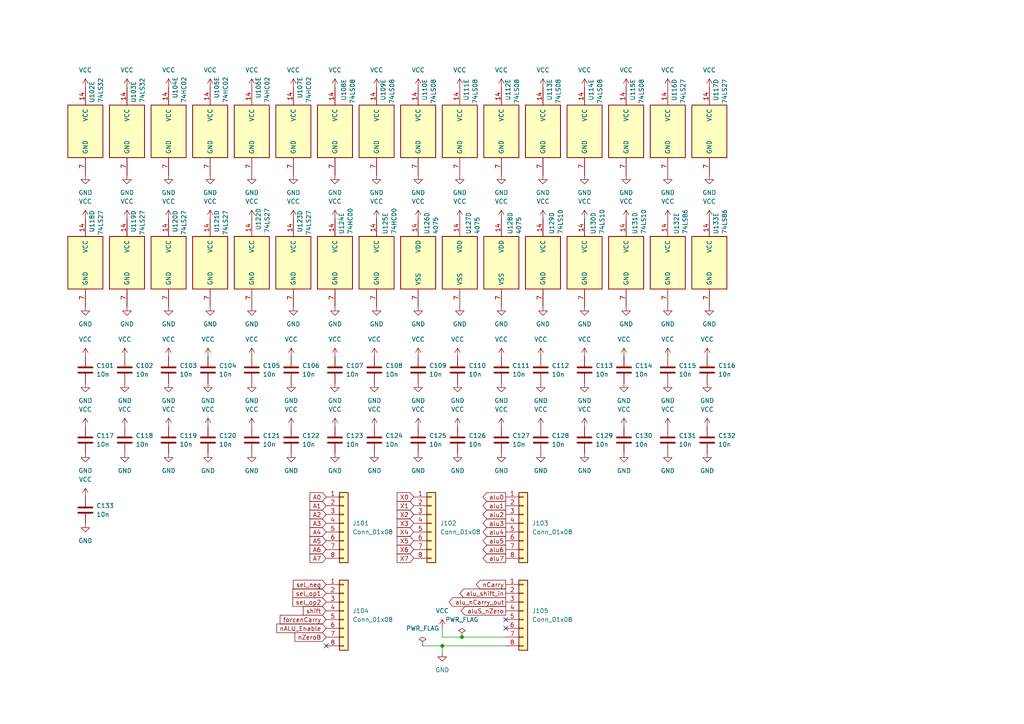
<source format=kicad_sch>
(kicad_sch (version 20211123) (generator eeschema)
  (paper "A4")
  (junction (at 128.27 187.325))
  (junction (at 133.985 184.785))
  (no_connect (at 146.685 182.245))
  (no_connect (at 146.685 179.705))
  (no_connect (at 94.615 187.325))
  (wire (pts (xy 128.27 187.325) (xy 128.27 189.23)))
  (wire (pts (xy 128.27 184.785) (xy 133.985 184.785)))
  (wire (pts (xy 122.555 187.325) (xy 128.27 187.325)))
  (wire (pts (xy 128.27 182.245) (xy 128.27 184.785)))
  (wire (pts (xy 133.985 184.785) (xy 146.685 184.785)))
  (wire (pts (xy 128.27 187.325) (xy 146.685 187.325)))
  (global_label "alu4" (shape output) (at 146.685 154.305 180) (property "Intersheet References" "${INTERSHEET_REFS}" (effects hide)))
  (global_label "A5" (shape input) (at 94.615 156.845 180) (property "Intersheet References" "${INTERSHEET_REFS}" (effects hide)))
  (global_label "A4" (shape input) (at 94.615 154.305 180) (property "Intersheet References" "${INTERSHEET_REFS}" (effects hide)))
  (global_label "aluS_nZero" (shape output) (at 146.685 177.165 180) (property "Intersheet References" "${INTERSHEET_REFS}" (effects hide)))
  (global_label "nZeroB" (shape input) (at 94.615 184.785 180) (property "Intersheet References" "${INTERSHEET_REFS}" (effects hide)))
  (global_label "alu0" (shape output) (at 146.685 144.145 180) (property "Intersheet References" "${INTERSHEET_REFS}" (effects hide)))
  (global_label "sel_neg" (shape input) (at 94.615 169.545 180) (property "Intersheet References" "${INTERSHEET_REFS}" (effects hide)))
  (global_label "alu1" (shape output) (at 146.685 146.685 180) (property "Intersheet References" "${INTERSHEET_REFS}" (effects hide)))
  (global_label "shift" (shape input) (at 94.615 177.165 180) (property "Intersheet References" "${INTERSHEET_REFS}" (effects hide)))
  (global_label "alu_nCarry_out" (shape output) (at 146.685 174.625 180) (property "Intersheet References" "${INTERSHEET_REFS}" (effects hide)))
  (global_label "X4" (shape input) (at 120.015 154.305 180) (property "Intersheet References" "${INTERSHEET_REFS}" (effects hide)))
  (global_label "A3" (shape input) (at 94.615 151.765 180) (property "Intersheet References" "${INTERSHEET_REFS}" (effects hide)))
  (global_label "A6" (shape input) (at 94.615 159.385 180) (property "Intersheet References" "${INTERSHEET_REFS}" (effects hide)))
  (global_label "forcenCarry" (shape input) (at 94.615 179.705 180) (property "Intersheet References" "${INTERSHEET_REFS}" (effects hide)))
  (global_label "A1" (shape input) (at 94.615 146.685 180) (property "Intersheet References" "${INTERSHEET_REFS}" (effects hide)))
  (global_label "alu5" (shape output) (at 146.685 156.845 180) (property "Intersheet References" "${INTERSHEET_REFS}" (effects hide)))
  (global_label "sel_op1" (shape input) (at 94.615 172.085 180) (property "Intersheet References" "${INTERSHEET_REFS}" (effects hide)))
  (global_label "X6" (shape input) (at 120.015 159.385 180) (property "Intersheet References" "${INTERSHEET_REFS}" (effects hide)))
  (global_label "X3" (shape input) (at 120.015 151.765 180) (property "Intersheet References" "${INTERSHEET_REFS}" (effects hide)))
  (global_label "A0" (shape input) (at 94.615 144.145 180) (property "Intersheet References" "${INTERSHEET_REFS}" (effects hide)))
  (global_label "alu6" (shape output) (at 146.685 159.385 180) (property "Intersheet References" "${INTERSHEET_REFS}" (effects hide)))
  (global_label "sel_op2" (shape input) (at 94.615 174.625 180) (property "Intersheet References" "${INTERSHEET_REFS}" (effects hide)))
  (global_label "alu7" (shape output) (at 146.685 161.925 180) (property "Intersheet References" "${INTERSHEET_REFS}" (effects hide)))
  (global_label "X0" (shape input) (at 120.015 144.145 180) (property "Intersheet References" "${INTERSHEET_REFS}" (effects hide)))
  (global_label "X5" (shape input) (at 120.015 156.845 180) (property "Intersheet References" "${INTERSHEET_REFS}" (effects hide)))
  (global_label "A7" (shape input) (at 94.615 161.925 180) (property "Intersheet References" "${INTERSHEET_REFS}" (effects hide)))
  (global_label "nALU_Enable" (shape input) (at 94.615 182.245 180) (property "Intersheet References" "${INTERSHEET_REFS}" (effects hide)))
  (global_label "alu2" (shape output) (at 146.685 149.225 180) (property "Intersheet References" "${INTERSHEET_REFS}" (effects hide)))
  (global_label "A2" (shape input) (at 94.615 149.225 180) (property "Intersheet References" "${INTERSHEET_REFS}" (effects hide)))
  (global_label "alu_shift_in" (shape output) (at 146.685 172.085 180) (property "Intersheet References" "${INTERSHEET_REFS}" (effects hide)))
  (global_label "alu3" (shape output) (at 146.685 151.765 180) (property "Intersheet References" "${INTERSHEET_REFS}" (effects hide)))
  (global_label "X7" (shape input) (at 120.015 161.925 180) (property "Intersheet References" "${INTERSHEET_REFS}" (effects hide)))
  (global_label "X1" (shape input) (at 120.015 146.685 180) (property "Intersheet References" "${INTERSHEET_REFS}" (effects hide)))
  (global_label "nCarry" (shape output) (at 146.685 169.545 180) (property "Intersheet References" "${INTERSHEET_REFS}" (effects hide)))
  (global_label "X2" (shape input) (at 120.015 149.225 180) (property "Intersheet References" "${INTERSHEET_REFS}" (effects hide)))
  (symbol (lib_id "power:GND") (at 109.22 50.8 0) (unit 1)
    (property "Reference" "#PWR0174" (effects hide))
    (property "Value" "GND" (at 109.22 55.88 0))
  )
  (symbol (lib_id "power:GND") (at 205.74 88.9 0) (unit 1)
    (property "Reference" "#PWR0127" (effects hide))
    (property "Value" "GND" (at 205.74 93.98 0))
  )
  (symbol (lib_id "power:VCC") (at 48.895 103.505 0) (unit 1)
    (property "Reference" "#PWR0205" (effects hide))
    (property "Value" "VCC" (at 48.895 98.425 0))
  )
  (symbol (lib_id "power:VCC") (at 205.74 63.5 0) (unit 1)
    (property "Reference" "#PWR0167" (effects hide))
    (property "Value" "VCC" (at 205.74 58.42 0))
  )
  (symbol (lib_id "Device:C") (at 145.415 127.635 0) (unit 1)
    (property "Reference" "C127" (at 148.59 126.3649 0) (effects (justify left)))
    (property "Value" "10n" (at 148.59 128.9049 0) (effects (justify left)))
    (property "Footprint" "Capacitor_SMD:C_0603_1608Metric" (effects hide))
  )
  (symbol (lib_id "power:GND") (at 85.09 50.8 0) (unit 1)
    (property "Reference" "#PWR0175" (effects hide))
    (property "Value" "GND" (at 85.09 55.88 0))
  )
  (symbol (lib_id "power:VCC") (at 193.675 123.825 0) (unit 1)
    (property "Reference" "#PWR0144" (effects hide))
    (property "Value" "VCC" (at 193.675 118.745 0))
  )
  (symbol (lib_id "power:GND") (at 97.155 131.445 0) (unit 1)
    (property "Reference" "#PWR0220" (effects hide))
    (property "Value" "GND" (at 97.155 136.525 0))
  )
  (symbol (lib_id "power:VCC") (at 109.22 25.4 0) (unit 1)
    (property "Reference" "#PWR0172" (effects hide))
    (property "Value" "VCC" (at 109.22 20.32 0))
  )
  (symbol (lib_id "Device:C") (at 132.715 107.315 0) (unit 1)
    (property "Reference" "C110" (at 135.89 106.0449 0) (effects (justify left)))
    (property "Value" "10n" (at 135.89 108.5849 0) (effects (justify left)))
    (property "Footprint" "Capacitor_SMD:C_0603_1608Metric" (effects hide))
  )
  (symbol (lib_id "power:VCC") (at 73.025 63.5 0) (unit 1)
    (property "Reference" "#PWR0185" (effects hide))
    (property "Value" "VCC" (at 73.025 58.42 0))
  )
  (symbol (lib_id "power:VCC") (at 121.285 123.825 0) (unit 1)
    (property "Reference" "#PWR0117" (effects hide))
    (property "Value" "VCC" (at 121.285 118.745 0))
  )
  (symbol (lib_id "power:GND") (at 180.975 131.445 0) (unit 1)
    (property "Reference" "#PWR0139" (effects hide))
    (property "Value" "GND" (at 180.975 136.525 0))
  )
  (symbol (lib_id "power:VCC") (at 108.585 103.505 0) (unit 1)
    (property "Reference" "#PWR0214" (effects hide))
    (property "Value" "VCC" (at 108.585 98.425 0))
  )
  (symbol (lib_id "power:VCC") (at 60.325 123.825 0) (unit 1)
    (property "Reference" "#PWR0222" (effects hide))
    (property "Value" "VCC" (at 60.325 118.745 0))
  )
  (symbol (lib_id "power:GND") (at 156.845 111.125 0) (unit 1)
    (property "Reference" "#PWR0121" (effects hide))
    (property "Value" "GND" (at 156.845 116.205 0))
  )
  (symbol (lib_id "power:GND") (at 193.675 50.8 0) (unit 1)
    (property "Reference" "#PWR0155" (effects hide))
    (property "Value" "GND" (at 193.675 55.88 0))
  )
  (symbol (lib_id "power:GND") (at 48.895 88.9 0) (unit 1)
    (property "Reference" "#PWR0200" (effects hide))
    (property "Value" "GND" (at 48.895 93.98 0))
  )
  (symbol (lib_id "power:VCC") (at 73.025 25.4 0) (unit 1)
    (property "Reference" "#PWR0178" (effects hide))
    (property "Value" "VCC" (at 73.025 20.32 0))
  )
  (symbol (lib_id "power:VCC") (at 121.285 103.505 0) (unit 1)
    (property "Reference" "#PWR0114" (effects hide))
    (property "Value" "VCC" (at 121.285 98.425 0))
  )
  (symbol (lib_id "power:GND") (at 84.455 131.445 0) (unit 1)
    (property "Reference" "#PWR0224" (effects hide))
    (property "Value" "GND" (at 84.455 136.525 0))
  )
  (symbol (lib_id "power:GND") (at 121.285 131.445 0) (unit 1)
    (property "Reference" "#PWR0116" (effects hide))
    (property "Value" "GND" (at 121.285 136.525 0))
  )
  (symbol (lib_id "power:PWR_FLAG") (at 122.555 187.325 0) (unit 1)
    (property "Reference" "#FLG0102" (effects hide))
    (property "Value" "PWR_FLAG" (at 122.555 182.245 0))
  )
  (symbol (lib_id "74xx:74LS10") (at 169.545 76.2 0) (unit 4)
    (property "Reference" "U130" (at 172.085 67.945 90) (effects (justify left)))
    (property "Value" "74LS10" (at 174.625 67.945 90) (effects (justify left)))
    (property "Footprint" "Package_SO:SOIC-14_3.9x8.7mm_P1.27mm" (effects hide))
    (property "Datasheet" "http://www.ti.com/lit/gpn/sn74LS10" (effects hide))
  )
  (symbol (lib_id "power:VCC") (at 133.35 25.4 0) (unit 1)
    (property "Reference" "#PWR0158" (effects hide))
    (property "Value" "VCC" (at 133.35 20.32 0))
  )
  (symbol (lib_id "power:GND") (at 145.415 50.8 0) (unit 1)
    (property "Reference" "#PWR0152" (effects hide))
    (property "Value" "GND" (at 145.415 55.88 0))
  )
  (symbol (lib_id "74xx:74LS08") (at 169.545 38.1 0) (unit 5)
    (property "Reference" "U114" (at 171.45 22.86 90) (effects (justify right)))
    (property "Value" "74LS08" (at 173.99 22.86 90) (effects (justify right)))
    (property "Footprint" "Package_SO:SOIC-14_3.9x8.7mm_P1.27mm" (effects hide))
    (property "Datasheet" "http://www.ti.com/lit/gpn/sn74LS08" (effects hide))
  )
  (symbol (lib_id "power:VCC") (at 109.22 63.5 0) (unit 1)
    (property "Reference" "#PWR0170" (effects hide))
    (property "Value" "VCC" (at 109.22 58.42 0))
  )
  (symbol (lib_id "Device:C") (at 132.715 127.635 0) (unit 1)
    (property "Reference" "C126" (at 135.89 126.3649 0) (effects (justify left)))
    (property "Value" "10n" (at 135.89 128.9049 0) (effects (justify left)))
    (property "Footprint" "Capacitor_SMD:C_0603_1608Metric" (effects hide))
  )
  (symbol (lib_id "power:VCC") (at 121.285 63.5 0) (unit 1)
    (property "Reference" "#PWR0159" (effects hide))
    (property "Value" "VCC" (at 121.285 58.42 0))
  )
  (symbol (lib_id "Device:C") (at 156.845 127.635 0) (unit 1)
    (property "Reference" "C128" (at 160.02 126.3649 0) (effects (justify left)))
    (property "Value" "10n" (at 160.02 128.9049 0) (effects (justify left)))
    (property "Footprint" "Capacitor_SMD:C_0603_1608Metric" (effects hide))
  )
  (symbol (lib_id "power:VCC") (at 84.455 103.505 0) (unit 1)
    (property "Reference" "#PWR0212" (effects hide))
    (property "Value" "VCC" (at 84.455 98.425 0))
  )
  (symbol (lib_id "power:GND") (at 121.285 88.9 0) (unit 1)
    (property "Reference" "#PWR0110" (effects hide))
    (property "Value" "GND" (at 121.285 93.98 0))
  )
  (symbol (lib_id "Device:C") (at 205.105 107.315 0) (unit 1)
    (property "Reference" "C116" (at 208.28 106.0449 0) (effects (justify left)))
    (property "Value" "10n" (at 208.28 108.5849 0) (effects (justify left)))
    (property "Footprint" "Capacitor_SMD:C_0603_1608Metric" (effects hide))
  )
  (symbol (lib_id "Device:C") (at 193.675 127.635 0) (unit 1)
    (property "Reference" "C131" (at 196.85 126.3649 0) (effects (justify left)))
    (property "Value" "10n" (at 196.85 128.9049 0) (effects (justify left)))
    (property "Footprint" "Capacitor_SMD:C_0603_1608Metric" (effects hide))
  )
  (symbol (lib_id "power:VCC") (at 180.975 103.505 0) (unit 1)
    (property "Reference" "#PWR0133" (effects hide))
    (property "Value" "VCC" (at 180.975 98.425 0))
  )
  (symbol (lib_id "Connector_Generic:Conn_01x08") (at 99.695 151.765 0) (unit 1)
    (property "Reference" "J101" (at 102.235 151.7649 0) (effects (justify left)))
    (property "Value" "Conn_01x08" (at 102.235 154.3049 0) (effects (justify left)))
    (property "Footprint" "Connector_PinHeader_2.54mm:PinHeader_1x08_P2.54mm_Vertical" (effects hide))
  )
  (symbol (lib_id "Device:C") (at 97.155 107.315 0) (unit 1)
    (property "Reference" "C107" (at 100.33 106.0449 0) (effects (justify left)))
    (property "Value" "10n" (at 100.33 108.5849 0) (effects (justify left)))
    (property "Footprint" "Capacitor_SMD:C_0603_1608Metric" (effects hide))
  )
  (symbol (lib_id "power:VCC") (at 205.105 123.825 0) (unit 1)
    (property "Reference" "#PWR0145" (effects hide))
    (property "Value" "VCC" (at 205.105 118.745 0))
  )
  (symbol (lib_id "power:VCC") (at 132.715 123.825 0) (unit 1)
    (property "Reference" "#PWR0119" (effects hide))
    (property "Value" "VCC" (at 132.715 118.745 0))
  )
  (symbol (lib_id "74xx:74LS10") (at 181.61 76.2 0) (unit 4)
    (property "Reference" "U131" (at 184.15 67.945 90) (effects (justify left)))
    (property "Value" "74LS10" (at 186.69 67.945 90) (effects (justify left)))
    (property "Footprint" "Package_SO:SOIC-14_3.9x8.7mm_P1.27mm" (effects hide))
    (property "Datasheet" "http://www.ti.com/lit/gpn/sn74LS10" (effects hide))
  )
  (symbol (lib_id "power:VCC") (at 24.765 144.145 0) (unit 1)
    (property "Reference" "#PWR0233" (effects hide))
    (property "Value" "VCC" (at 24.765 139.065 0))
  )
  (symbol (lib_id "power:GND") (at 132.715 131.445 0) (unit 1)
    (property "Reference" "#PWR0118" (effects hide))
    (property "Value" "GND" (at 132.715 136.525 0))
  )
  (symbol (lib_id "Device:C") (at 205.105 127.635 0) (unit 1)
    (property "Reference" "C132" (at 208.28 126.3649 0) (effects (justify left)))
    (property "Value" "10n" (at 208.28 128.9049 0) (effects (justify left)))
    (property "Footprint" "Capacitor_SMD:C_0603_1608Metric" (effects hide))
  )
  (symbol (lib_id "Connector_Generic:Conn_01x08") (at 151.765 151.765 0) (unit 1)
    (property "Reference" "J103" (at 154.305 151.7649 0) (effects (justify left)))
    (property "Value" "Conn_01x08" (at 154.305 154.3049 0) (effects (justify left)))
    (property "Footprint" "Connector_PinHeader_2.54mm:PinHeader_1x08_P2.54mm_Vertical" (effects hide))
  )
  (symbol (lib_id "4xxx:4075") (at 133.35 76.2 0) (unit 4)
    (property "Reference" "U127" (at 135.89 67.945 90) (effects (justify left)))
    (property "Value" "4075" (at 138.43 67.945 90) (effects (justify left)))
    (property "Footprint" "Package_SO:SOIC-14_3.9x8.7mm_P1.27mm" (effects hide))
    (property "Datasheet" "http://www.intersil.com/content/dam/Intersil/documents/cd40/cd4071bms-72bms-75bms.pdf" (effects hide))
  )
  (symbol (lib_id "Connector_Generic:Conn_01x08") (at 99.695 177.165 0) (unit 1)
    (property "Reference" "J104" (at 102.235 177.1649 0) (effects (justify left)))
    (property "Value" "Conn_01x08" (at 102.235 179.7049 0) (effects (justify left)))
    (property "Footprint" "Connector_PinHeader_2.54mm:PinHeader_1x08_P2.54mm_Vertical" (effects hide))
  )
  (symbol (lib_id "power:GND") (at 157.48 50.8 0) (unit 1)
    (property "Reference" "#PWR0151" (effects hide))
    (property "Value" "GND" (at 157.48 55.88 0))
  )
  (symbol (lib_id "power:VCC") (at 157.48 25.4 0) (unit 1)
    (property "Reference" "#PWR0149" (effects hide))
    (property "Value" "VCC" (at 157.48 20.32 0))
  )
  (symbol (lib_id "power:GND") (at 36.195 111.125 0) (unit 1)
    (property "Reference" "#PWR0201" (effects hide))
    (property "Value" "GND" (at 36.195 116.205 0))
  )
  (symbol (lib_id "74xx:74LS27") (at 205.74 38.1 0) (unit 4)
    (property "Reference" "U117" (at 207.645 22.86 90) (effects (justify right)))
    (property "Value" "74LS27" (at 210.185 22.86 90) (effects (justify right)))
    (property "Footprint" "Package_SO:SOIC-14_3.9x8.7mm_P1.27mm" (effects hide))
    (property "Datasheet" "http://www.ti.com/lit/gpn/sn74LS27" (effects hide))
  )
  (symbol (lib_id "power:GND") (at 24.765 111.125 0) (unit 1)
    (property "Reference" "#PWR0203" (effects hide))
    (property "Value" "GND" (at 24.765 116.205 0))
  )
  (symbol (lib_id "74xx:74LS08") (at 109.22 38.1 0) (unit 5)
    (property "Reference" "U109" (at 111.125 22.86 90) (effects (justify right)))
    (property "Value" "74LS08" (at 113.665 22.86 90) (effects (justify right)))
    (property "Footprint" "Package_SO:SOIC-14_3.9x8.7mm_P1.27mm" (effects hide))
    (property "Datasheet" "http://www.ti.com/lit/gpn/sn74LS08" (effects hide))
  )
  (symbol (lib_id "power:GND") (at 60.96 88.9 0) (unit 1)
    (property "Reference" "#PWR0182" (effects hide))
    (property "Value" "GND" (at 60.96 93.98 0))
  )
  (symbol (lib_id "power:VCC") (at 169.545 63.5 0) (unit 1)
    (property "Reference" "#PWR0106" (effects hide))
    (property "Value" "VCC" (at 169.545 58.42 0))
  )
  (symbol (lib_id "power:GND") (at 132.715 111.125 0) (unit 1)
    (property "Reference" "#PWR0112" (effects hide))
    (property "Value" "GND" (at 132.715 116.205 0))
  )
  (symbol (lib_id "power:GND") (at 84.455 111.125 0) (unit 1)
    (property "Reference" "#PWR0208" (effects hide))
    (property "Value" "GND" (at 84.455 116.205 0))
  )
  (symbol (lib_id "power:GND") (at 73.025 131.445 0) (unit 1)
    (property "Reference" "#PWR0225" (effects hide))
    (property "Value" "GND" (at 73.025 136.525 0))
  )
  (symbol (lib_id "power:GND") (at 205.105 111.125 0) (unit 1)
    (property "Reference" "#PWR0135" (effects hide))
    (property "Value" "GND" (at 205.105 116.205 0))
  )
  (symbol (lib_id "Device:C") (at 193.675 107.315 0) (unit 1)
    (property "Reference" "C115" (at 196.85 106.0449 0) (effects (justify left)))
    (property "Value" "10n" (at 196.85 108.5849 0) (effects (justify left)))
    (property "Footprint" "Capacitor_SMD:C_0603_1608Metric" (effects hide))
  )
  (symbol (lib_id "power:GND") (at 156.845 131.445 0) (unit 1)
    (property "Reference" "#PWR0123" (effects hide))
    (property "Value" "GND" (at 156.845 136.525 0))
  )
  (symbol (lib_id "power:VCC") (at 97.155 63.5 0) (unit 1)
    (property "Reference" "#PWR0169" (effects hide))
    (property "Value" "VCC" (at 97.155 58.42 0))
  )
  (symbol (lib_id "power:GND") (at 181.61 88.9 0) (unit 1)
    (property "Reference" "#PWR0126" (effects hide))
    (property "Value" "GND" (at 181.61 93.98 0))
  )
  (symbol (lib_id "Device:C") (at 180.975 107.315 0) (unit 1)
    (property "Reference" "C114" (at 184.15 106.0449 0) (effects (justify left)))
    (property "Value" "10n" (at 184.15 108.5849 0) (effects (justify left)))
    (property "Footprint" "Capacitor_SMD:C_0603_1608Metric" (effects hide))
  )
  (symbol (lib_id "power:GND") (at 36.195 131.445 0) (unit 1)
    (property "Reference" "#PWR0231" (effects hide))
    (property "Value" "GND" (at 36.195 136.525 0))
  )
  (symbol (lib_id "power:VCC") (at 36.195 123.825 0) (unit 1)
    (property "Reference" "#PWR0228" (effects hide))
    (property "Value" "VCC" (at 36.195 118.745 0))
  )
  (symbol (lib_id "power:GND") (at 48.895 50.8 0) (unit 1)
    (property "Reference" "#PWR0198" (effects hide))
    (property "Value" "GND" (at 48.895 55.88 0))
  )
  (symbol (lib_id "power:PWR_FLAG") (at 133.985 184.785 0) (unit 1)
    (property "Reference" "#FLG0101" (effects hide))
    (property "Value" "PWR_FLAG" (at 133.985 179.705 0))
  )
  (symbol (lib_id "74xx:74LS86") (at 205.74 76.2 0) (unit 5)
    (property "Reference" "U133" (at 207.645 67.945 90) (effects (justify left)))
    (property "Value" "74LS86" (at 210.185 67.945 90) (effects (justify left)))
    (property "Footprint" "Package_SO:SOIC-14_3.9x8.7mm_P1.27mm" (effects hide))
    (property "Datasheet" "74xx/74ls86.pdf" (effects hide))
  )
  (symbol (lib_id "Device:C") (at 156.845 107.315 0) (unit 1)
    (property "Reference" "C112" (at 160.02 106.0449 0) (effects (justify left)))
    (property "Value" "10n" (at 160.02 108.5849 0) (effects (justify left)))
    (property "Footprint" "Capacitor_SMD:C_0603_1608Metric" (effects hide))
  )
  (symbol (lib_id "74xx:74HC02") (at 60.96 38.1 0) (unit 5)
    (property "Reference" "U105" (at 62.865 22.225 90) (effects (justify right)))
    (property "Value" "74HC02" (at 65.405 22.225 90) (effects (justify right)))
    (property "Footprint" "Package_SO:SOIC-14_3.9x8.7mm_P1.27mm" (effects hide))
    (property "Datasheet" "http://www.ti.com/lit/gpn/sn74hc02" (effects hide))
  )
  (symbol (lib_id "power:GND") (at 205.105 131.445 0) (unit 1)
    (property "Reference" "#PWR0143" (effects hide))
    (property "Value" "GND" (at 205.105 136.525 0))
  )
  (symbol (lib_id "power:VCC") (at 205.105 103.505 0) (unit 1)
    (property "Reference" "#PWR0136" (effects hide))
    (property "Value" "VCC" (at 205.105 98.425 0))
  )
  (symbol (lib_id "power:VCC") (at 156.845 103.505 0) (unit 1)
    (property "Reference" "#PWR0132" (effects hide))
    (property "Value" "VCC" (at 156.845 98.425 0))
  )
  (symbol (lib_id "power:GND") (at 128.27 189.23 0) (unit 1)
    (property "Reference" "#PWR0104" (effects hide))
    (property "Value" "GND" (at 128.27 194.31 0))
  )
  (symbol (lib_id "power:VCC") (at 60.96 25.4 0) (unit 1)
    (property "Reference" "#PWR0177" (effects hide))
    (property "Value" "VCC" (at 60.96 20.32 0))
  )
  (symbol (lib_id "power:VCC") (at 121.285 25.4 0) (unit 1)
    (property "Reference" "#PWR0157" (effects hide))
    (property "Value" "VCC" (at 121.285 20.32 0))
  )
  (symbol (lib_id "Device:C") (at 121.285 107.315 0) (unit 1)
    (property "Reference" "C109" (at 124.46 106.0449 0) (effects (justify left)))
    (property "Value" "10n" (at 124.46 108.5849 0) (effects (justify left)))
    (property "Footprint" "Capacitor_SMD:C_0603_1608Metric" (effects hide))
  )
  (symbol (lib_id "74xx:74LS27") (at 48.895 76.2 0) (unit 4)
    (property "Reference" "U120" (at 50.8 60.96 90) (effects (justify right)))
    (property "Value" "74LS27" (at 53.34 60.96 90) (effects (justify right)))
    (property "Footprint" "Package_SO:SOIC-14_3.9x8.7mm_P1.27mm" (effects hide))
    (property "Datasheet" "http://www.ti.com/lit/gpn/sn74LS27" (effects hide))
  )
  (symbol (lib_id "power:GND") (at 193.675 131.445 0) (unit 1)
    (property "Reference" "#PWR0146" (effects hide))
    (property "Value" "GND" (at 193.675 136.525 0))
  )
  (symbol (lib_id "power:GND") (at 60.325 131.445 0) (unit 1)
    (property "Reference" "#PWR0221" (effects hide))
    (property "Value" "GND" (at 60.325 136.525 0))
  )
  (symbol (lib_id "74xx:74LS08") (at 145.415 38.1 0) (unit 5)
    (property "Reference" "U112" (at 147.32 22.86 90) (effects (justify right)))
    (property "Value" "74LS08" (at 149.86 22.86 90) (effects (justify right)))
    (property "Footprint" "Package_SO:SOIC-14_3.9x8.7mm_P1.27mm" (effects hide))
    (property "Datasheet" "http://www.ti.com/lit/gpn/sn74LS08" (effects hide))
  )
  (symbol (lib_id "power:VCC") (at 60.325 103.505 0) (unit 1)
    (property "Reference" "#PWR0206" (effects hide))
    (property "Value" "VCC" (at 60.325 98.425 0))
  )
  (symbol (lib_id "power:GND") (at 60.96 50.8 0) (unit 1)
    (property "Reference" "#PWR0186" (effects hide))
    (property "Value" "GND" (at 60.96 55.88 0))
  )
  (symbol (lib_id "4xxx:4075") (at 121.285 76.2 0) (unit 4)
    (property "Reference" "U126" (at 123.825 67.945 90) (effects (justify left)))
    (property "Value" "4075" (at 126.365 67.945 90) (effects (justify left)))
    (property "Footprint" "Package_SO:SOIC-14_3.9x8.7mm_P1.27mm" (effects hide))
    (property "Datasheet" "http://www.intersil.com/content/dam/Intersil/documents/cd40/cd4071bms-72bms-75bms.pdf" (effects hide))
  )
  (symbol (lib_id "74xx:74LS86") (at 193.675 76.2 0) (unit 5)
    (property "Reference" "U132" (at 196.215 67.945 90) (effects (justify left)))
    (property "Value" "74LS86" (at 198.755 67.945 90) (effects (justify left)))
    (property "Footprint" "Package_SO:SOIC-14_3.9x8.7mm_P1.27mm" (effects hide))
    (property "Datasheet" "74xx/74ls86.pdf" (effects hide))
  )
  (symbol (lib_id "74xx:74LS08") (at 97.155 38.1 0) (unit 5)
    (property "Reference" "U108" (at 99.695 22.86 90) (effects (justify right)))
    (property "Value" "74LS08" (at 102.235 22.86 90) (effects (justify right)))
    (property "Footprint" "Package_SO:SOIC-14_3.9x8.7mm_P1.27mm" (effects hide))
    (property "Datasheet" "http://www.ti.com/lit/gpn/sn74LS08" (effects hide))
  )
  (symbol (lib_id "power:GND") (at 169.545 88.9 0) (unit 1)
    (property "Reference" "#PWR0130" (effects hide))
    (property "Value" "GND" (at 169.545 93.98 0))
  )
  (symbol (lib_id "power:VCC") (at 24.765 25.4 0) (unit 1)
    (property "Reference" "#PWR0190" (effects hide))
    (property "Value" "VCC" (at 24.765 20.32 0))
  )
  (symbol (lib_id "power:GND") (at 157.48 88.9 0) (unit 1)
    (property "Reference" "#PWR0129" (effects hide))
    (property "Value" "GND" (at 157.48 93.98 0))
  )
  (symbol (lib_id "power:GND") (at 145.415 131.445 0) (unit 1)
    (property "Reference" "#PWR0125" (effects hide))
    (property "Value" "GND" (at 145.415 136.525 0))
  )
  (symbol (lib_id "Device:C") (at 24.765 127.635 0) (unit 1)
    (property "Reference" "C117" (at 27.94 126.3649 0) (effects (justify left)))
    (property "Value" "10n" (at 27.94 128.9049 0) (effects (justify left)))
    (property "Footprint" "Capacitor_SMD:C_0603_1608Metric" (effects hide))
  )
  (symbol (lib_id "power:VCC") (at 97.155 123.825 0) (unit 1)
    (property "Reference" "#PWR0218" (effects hide))
    (property "Value" "VCC" (at 97.155 118.745 0))
  )
  (symbol (lib_id "power:GND") (at 193.675 88.9 0) (unit 1)
    (property "Reference" "#PWR0128" (effects hide))
    (property "Value" "GND" (at 193.675 93.98 0))
  )
  (symbol (lib_id "power:GND") (at 109.22 88.9 0) (unit 1)
    (property "Reference" "#PWR0171" (effects hide))
    (property "Value" "GND" (at 109.22 93.98 0))
  )
  (symbol (lib_id "power:VCC") (at 133.35 63.5 0) (unit 1)
    (property "Reference" "#PWR0108" (effects hide))
    (property "Value" "VCC" (at 133.35 58.42 0))
  )
  (symbol (lib_id "power:VCC") (at 24.765 63.5 0) (unit 1)
    (property "Reference" "#PWR0191" (effects hide))
    (property "Value" "VCC" (at 24.765 58.42 0))
  )
  (symbol (lib_id "Device:C") (at 24.765 147.955 0) (unit 1)
    (property "Reference" "C133" (at 27.94 146.6849 0) (effects (justify left)))
    (property "Value" "10n" (at 27.94 149.2249 0) (effects (justify left)))
    (property "Footprint" "Capacitor_SMD:C_0603_1608Metric" (effects hide))
  )
  (symbol (lib_id "power:VCC") (at 84.455 123.825 0) (unit 1)
    (property "Reference" "#PWR0226" (effects hide))
    (property "Value" "VCC" (at 84.455 118.745 0))
  )
  (symbol (lib_id "power:VCC") (at 108.585 123.825 0) (unit 1)
    (property "Reference" "#PWR0219" (effects hide))
    (property "Value" "VCC" (at 108.585 118.745 0))
  )
  (symbol (lib_id "power:GND") (at 85.09 88.9 0) (unit 1)
    (property "Reference" "#PWR0183" (effects hide))
    (property "Value" "GND" (at 85.09 93.98 0))
  )
  (symbol (lib_id "74xx:74LS08") (at 157.48 38.1 0) (unit 5)
    (property "Reference" "U113" (at 159.385 22.86 90) (effects (justify right)))
    (property "Value" "74LS08" (at 161.925 22.86 90) (effects (justify right)))
    (property "Footprint" "Package_SO:SOIC-14_3.9x8.7mm_P1.27mm" (effects hide))
    (property "Datasheet" "http://www.ti.com/lit/gpn/sn74LS08" (effects hide))
  )
  (symbol (lib_id "Device:C") (at 36.195 107.315 0) (unit 1)
    (property "Reference" "C102" (at 39.37 106.0449 0) (effects (justify left)))
    (property "Value" "10n" (at 39.37 108.5849 0) (effects (justify left)))
    (property "Footprint" "Capacitor_SMD:C_0603_1608Metric" (effects hide))
  )
  (symbol (lib_id "74xx:74LS32") (at 24.765 38.1 0) (unit 5)
    (property "Reference" "U102" (at 26.67 29.845 90) (effects (justify left)))
    (property "Value" "74LS32" (at 29.21 29.845 90) (effects (justify left)))
    (property "Footprint" "Package_SO:SOIC-14_3.9x8.7mm_P1.27mm" (effects hide))
    (property "Datasheet" "http://www.ti.com/lit/gpn/sn74LS32" (effects hide))
  )
  (symbol (lib_id "74xx:74LS08") (at 181.61 38.1 0) (unit 5)
    (property "Reference" "U115" (at 183.515 22.86 90) (effects (justify right)))
    (property "Value" "74LS08" (at 186.055 22.86 90) (effects (justify right)))
    (property "Footprint" "Package_SO:SOIC-14_3.9x8.7mm_P1.27mm" (effects hide))
    (property "Datasheet" "http://www.ti.com/lit/gpn/sn74LS08" (effects hide))
  )
  (symbol (lib_id "Device:C") (at 48.895 127.635 0) (unit 1)
    (property "Reference" "C119" (at 52.07 126.3649 0) (effects (justify left)))
    (property "Value" "10n" (at 52.07 128.9049 0) (effects (justify left)))
    (property "Footprint" "Capacitor_SMD:C_0603_1608Metric" (effects hide))
  )
  (symbol (lib_id "Device:C") (at 84.455 127.635 0) (unit 1)
    (property "Reference" "C122" (at 87.63 126.3649 0) (effects (justify left)))
    (property "Value" "10n" (at 87.63 128.9049 0) (effects (justify left)))
    (property "Footprint" "Capacitor_SMD:C_0603_1608Metric" (effects hide))
  )
  (symbol (lib_id "power:VCC") (at 169.545 25.4 0) (unit 1)
    (property "Reference" "#PWR0163" (effects hide))
    (property "Value" "VCC" (at 169.545 20.32 0))
  )
  (symbol (lib_id "power:GND") (at 24.765 88.9 0) (unit 1)
    (property "Reference" "#PWR0194" (effects hide))
    (property "Value" "GND" (at 24.765 93.98 0))
  )
  (symbol (lib_id "74xx:74LS08") (at 121.285 38.1 0) (unit 5)
    (property "Reference" "U110" (at 123.19 22.86 90) (effects (justify right)))
    (property "Value" "74LS08" (at 125.73 22.86 90) (effects (justify right)))
    (property "Footprint" "Package_SO:SOIC-14_3.9x8.7mm_P1.27mm" (effects hide))
    (property "Datasheet" "http://www.ti.com/lit/gpn/sn74LS08" (effects hide))
  )
  (symbol (lib_id "power:GND") (at 48.895 111.125 0) (unit 1)
    (property "Reference" "#PWR0207" (effects hide))
    (property "Value" "GND" (at 48.895 116.205 0))
  )
  (symbol (lib_id "power:VCC") (at 48.895 25.4 0) (unit 1)
    (property "Reference" "#PWR0189" (effects hide))
    (property "Value" "VCC" (at 48.895 20.32 0))
  )
  (symbol (lib_id "Device:C") (at 24.765 107.315 0) (unit 1)
    (property "Reference" "C101" (at 27.94 106.0449 0) (effects (justify left)))
    (property "Value" "10n" (at 27.94 108.5849 0) (effects (justify left)))
    (property "Footprint" "Capacitor_SMD:C_0603_1608Metric" (effects hide))
  )
  (symbol (lib_id "74xx:74HC00") (at 97.155 76.2 0) (unit 5)
    (property "Reference" "U124" (at 99.06 67.945 90) (effects (justify left)))
    (property "Value" "74HC00" (at 101.6 67.945 90) (effects (justify left)))
    (property "Footprint" "Package_SO:SOIC-14_3.9x8.7mm_P1.27mm" (effects hide))
    (property "Datasheet" "http://www.ti.com/lit/gpn/sn74hc00" (effects hide))
  )
  (symbol (lib_id "74xx:74LS27") (at 36.83 76.2 0) (unit 4)
    (property "Reference" "U119" (at 38.735 60.96 90) (effects (justify right)))
    (property "Value" "74LS27" (at 41.275 60.96 90) (effects (justify right)))
    (property "Footprint" "Package_SO:SOIC-14_3.9x8.7mm_P1.27mm" (effects hide))
    (property "Datasheet" "http://www.ti.com/lit/gpn/sn74LS27" (effects hide))
  )
  (symbol (lib_id "Device:C") (at 36.195 127.635 0) (unit 1)
    (property "Reference" "C118" (at 39.37 126.3649 0) (effects (justify left)))
    (property "Value" "10n" (at 39.37 128.9049 0) (effects (justify left)))
    (property "Footprint" "Capacitor_SMD:C_0603_1608Metric" (effects hide))
  )
  (symbol (lib_id "power:GND") (at 48.895 131.445 0) (unit 1)
    (property "Reference" "#PWR0227" (effects hide))
    (property "Value" "GND" (at 48.895 136.525 0))
  )
  (symbol (lib_id "power:VCC") (at 169.545 123.825 0) (unit 1)
    (property "Reference" "#PWR0142" (effects hide))
    (property "Value" "VCC" (at 169.545 118.745 0))
  )
  (symbol (lib_id "74xx:74LS27") (at 24.765 76.2 0) (unit 4)
    (property "Reference" "U118" (at 26.67 60.96 90) (effects (justify right)))
    (property "Value" "74LS27" (at 29.21 60.96 90) (effects (justify right)))
    (property "Footprint" "Package_SO:SOIC-14_3.9x8.7mm_P1.27mm" (effects hide))
    (property "Datasheet" "http://www.ti.com/lit/gpn/sn74LS27" (effects hide))
  )
  (symbol (lib_id "74xx:74LS27") (at 193.675 38.1 0) (unit 4)
    (property "Reference" "U116" (at 195.58 22.86 90) (effects (justify right)))
    (property "Value" "74LS27" (at 198.12 22.86 90) (effects (justify right)))
    (property "Footprint" "Package_SO:SOIC-14_3.9x8.7mm_P1.27mm" (effects hide))
    (property "Datasheet" "http://www.ti.com/lit/gpn/sn74LS27" (effects hide))
  )
  (symbol (lib_id "power:VCC") (at 157.48 63.5 0) (unit 1)
    (property "Reference" "#PWR0105" (effects hide))
    (property "Value" "VCC" (at 157.48 58.42 0))
  )
  (symbol (lib_id "power:GND") (at 145.415 88.9 0) (unit 1)
    (property "Reference" "#PWR0109" (effects hide))
    (property "Value" "GND" (at 145.415 93.98 0))
  )
  (symbol (lib_id "power:VCC") (at 36.195 103.505 0) (unit 1)
    (property "Reference" "#PWR0202" (effects hide))
    (property "Value" "VCC" (at 36.195 98.425 0))
  )
  (symbol (lib_id "power:VCC") (at 193.675 25.4 0) (unit 1)
    (property "Reference" "#PWR0154" (effects hide))
    (property "Value" "VCC" (at 193.675 20.32 0))
  )
  (symbol (lib_id "74xx:74LS32") (at 36.83 38.1 0) (unit 5)
    (property "Reference" "U103" (at 38.735 29.845 90) (effects (justify left)))
    (property "Value" "74LS32" (at 41.275 29.845 90) (effects (justify left)))
    (property "Footprint" "Package_SO:SOIC-14_3.9x8.7mm_P1.27mm" (effects hide))
    (property "Datasheet" "http://www.ti.com/lit/gpn/sn74LS32" (effects hide))
  )
  (symbol (lib_id "power:GND") (at 181.61 50.8 0) (unit 1)
    (property "Reference" "#PWR0165" (effects hide))
    (property "Value" "GND" (at 181.61 55.88 0))
  )
  (symbol (lib_id "Device:C") (at 145.415 107.315 0) (unit 1)
    (property "Reference" "C111" (at 148.59 106.0449 0) (effects (justify left)))
    (property "Value" "10n" (at 148.59 108.5849 0) (effects (justify left)))
    (property "Footprint" "Capacitor_SMD:C_0603_1608Metric" (effects hide))
  )
  (symbol (lib_id "power:GND") (at 36.83 88.9 0) (unit 1)
    (property "Reference" "#PWR0193" (effects hide))
    (property "Value" "GND" (at 36.83 93.98 0))
  )
  (symbol (lib_id "74xx:74HC00") (at 109.22 76.2 0) (unit 5)
    (property "Reference" "U125" (at 111.76 67.945 90) (effects (justify left)))
    (property "Value" "74HC00" (at 114.3 67.945 90) (effects (justify left)))
    (property "Footprint" "Package_SO:SOIC-14_3.9x8.7mm_P1.27mm" (effects hide))
    (property "Datasheet" "http://www.ti.com/lit/gpn/sn74hc00" (effects hide))
  )
  (symbol (lib_id "power:GND") (at 73.025 111.125 0) (unit 1)
    (property "Reference" "#PWR0210" (effects hide))
    (property "Value" "GND" (at 73.025 116.205 0))
  )
  (symbol (lib_id "power:VCC") (at 132.715 103.505 0) (unit 1)
    (property "Reference" "#PWR0115" (effects hide))
    (property "Value" "VCC" (at 132.715 98.425 0))
  )
  (symbol (lib_id "power:VCC") (at 145.415 123.825 0) (unit 1)
    (property "Reference" "#PWR0124" (effects hide))
    (property "Value" "VCC" (at 145.415 118.745 0))
  )
  (symbol (lib_id "power:VCC") (at 48.895 123.825 0) (unit 1)
    (property "Reference" "#PWR0229" (effects hide))
    (property "Value" "VCC" (at 48.895 118.745 0))
  )
  (symbol (lib_id "power:GND") (at 145.415 111.125 0) (unit 1)
    (property "Reference" "#PWR0122" (effects hide))
    (property "Value" "GND" (at 145.415 116.205 0))
  )
  (symbol (lib_id "74xx:74LS27") (at 73.025 76.2 0) (unit 4)
    (property "Reference" "U122" (at 74.93 60.325 90) (effects (justify right)))
    (property "Value" "74LS27" (at 77.47 60.325 90) (effects (justify right)))
    (property "Footprint" "Package_SO:SOIC-14_3.9x8.7mm_P1.27mm" (effects hide))
    (property "Datasheet" "http://www.ti.com/lit/gpn/sn74LS27" (effects hide))
  )
  (symbol (lib_id "power:GND") (at 60.325 111.125 0) (unit 1)
    (property "Reference" "#PWR0209" (effects hide))
    (property "Value" "GND" (at 60.325 116.205 0))
  )
  (symbol (lib_id "power:GND") (at 97.155 88.9 0) (unit 1)
    (property "Reference" "#PWR0181" (effects hide))
    (property "Value" "GND" (at 97.155 93.98 0))
  )
  (symbol (lib_id "power:GND") (at 108.585 131.445 0) (unit 1)
    (property "Reference" "#PWR0217" (effects hide))
    (property "Value" "GND" (at 108.585 136.525 0))
  )
  (symbol (lib_id "power:VCC") (at 169.545 103.505 0) (unit 1)
    (property "Reference" "#PWR0131" (effects hide))
    (property "Value" "VCC" (at 169.545 98.425 0))
  )
  (symbol (lib_id "Device:C") (at 108.585 127.635 0) (unit 1)
    (property "Reference" "C124" (at 111.76 126.3649 0) (effects (justify left)))
    (property "Value" "10n" (at 111.76 128.9049 0) (effects (justify left)))
    (property "Footprint" "Capacitor_SMD:C_0603_1608Metric" (effects hide))
  )
  (symbol (lib_id "Device:C") (at 169.545 107.315 0) (unit 1)
    (property "Reference" "C113" (at 172.72 106.0449 0) (effects (justify left)))
    (property "Value" "10n" (at 172.72 108.5849 0) (effects (justify left)))
    (property "Footprint" "Capacitor_SMD:C_0603_1608Metric" (effects hide))
  )
  (symbol (lib_id "power:GND") (at 193.675 111.125 0) (unit 1)
    (property "Reference" "#PWR0134" (effects hide))
    (property "Value" "GND" (at 193.675 116.205 0))
  )
  (symbol (lib_id "power:GND") (at 73.025 50.8 0) (unit 1)
    (property "Reference" "#PWR0187" (effects hide))
    (property "Value" "GND" (at 73.025 55.88 0))
  )
  (symbol (lib_id "74xx:74LS08") (at 133.35 38.1 0) (unit 5)
    (property "Reference" "U111" (at 135.255 22.86 90) (effects (justify right)))
    (property "Value" "74LS08" (at 137.795 22.86 90) (effects (justify right)))
    (property "Footprint" "Package_SO:SOIC-14_3.9x8.7mm_P1.27mm" (effects hide))
    (property "Datasheet" "http://www.ti.com/lit/gpn/sn74LS08" (effects hide))
  )
  (symbol (lib_id "power:VCC") (at 24.765 103.505 0) (unit 1)
    (property "Reference" "#PWR0204" (effects hide))
    (property "Value" "VCC" (at 24.765 98.425 0))
  )
  (symbol (lib_id "Connector_Generic:Conn_01x08") (at 125.095 151.765 0) (unit 1)
    (property "Reference" "J102" (at 127.635 151.7649 0) (effects (justify left)))
    (property "Value" "Conn_01x08" (at 127.635 154.3049 0) (effects (justify left)))
    (property "Footprint" "Connector_PinHeader_2.54mm:PinHeader_1x08_P2.54mm_Vertical" (effects hide))
  )
  (symbol (lib_id "power:VCC") (at 24.765 123.825 0) (unit 1)
    (property "Reference" "#PWR0230" (effects hide))
    (property "Value" "VCC" (at 24.765 118.745 0))
  )
  (symbol (lib_id "Device:C") (at 60.325 107.315 0) (unit 1)
    (property "Reference" "C104" (at 63.5 106.0449 0) (effects (justify left)))
    (property "Value" "10n" (at 63.5 108.5849 0) (effects (justify left)))
    (property "Footprint" "Capacitor_SMD:C_0603_1608Metric" (effects hide))
  )
  (symbol (lib_id "74xx:74HC02") (at 48.895 38.1 0) (unit 5)
    (property "Reference" "U104" (at 50.8 22.225 90) (effects (justify right)))
    (property "Value" "74HC02" (at 53.34 22.225 90) (effects (justify right)))
    (property "Footprint" "Package_SO:SOIC-14_3.9x8.7mm_P1.27mm" (effects hide))
    (property "Datasheet" "http://www.ti.com/lit/gpn/sn74hc02" (effects hide))
  )
  (symbol (lib_id "power:GND") (at 73.025 88.9 0) (unit 1)
    (property "Reference" "#PWR0199" (effects hide))
    (property "Value" "GND" (at 73.025 93.98 0))
  )
  (symbol (lib_id "power:VCC") (at 73.025 123.825 0) (unit 1)
    (property "Reference" "#PWR0223" (effects hide))
    (property "Value" "VCC" (at 73.025 118.745 0))
  )
  (symbol (lib_id "power:GND") (at 24.765 131.445 0) (unit 1)
    (property "Reference" "#PWR0232" (effects hide))
    (property "Value" "GND" (at 24.765 136.525 0))
  )
  (symbol (lib_id "74xx:74LS27") (at 85.09 76.2 0) (unit 4)
    (property "Reference" "U123" (at 86.995 60.96 90) (effects (justify right)))
    (property "Value" "74LS27" (at 89.535 60.96 90) (effects (justify right)))
    (property "Footprint" "Package_SO:SOIC-14_3.9x8.7mm_P1.27mm" (effects hide))
    (property "Datasheet" "http://www.ti.com/lit/gpn/sn74LS27" (effects hide))
  )
  (symbol (lib_id "power:GND") (at 36.83 50.8 0) (unit 1)
    (property "Reference" "#PWR0197" (effects hide))
    (property "Value" "GND" (at 36.83 55.88 0))
  )
  (symbol (lib_id "74xx:74LS27") (at 60.96 76.2 0) (unit 4)
    (property "Reference" "U121" (at 62.865 60.96 90) (effects (justify right)))
    (property "Value" "74LS27" (at 65.405 60.96 90) (effects (justify right)))
    (property "Footprint" "Package_SO:SOIC-14_3.9x8.7mm_P1.27mm" (effects hide))
    (property "Datasheet" "http://www.ti.com/lit/gpn/sn74LS27" (effects hide))
  )
  (symbol (lib_id "Device:C") (at 84.455 107.315 0) (unit 1)
    (property "Reference" "C106" (at 87.63 106.0449 0) (effects (justify left)))
    (property "Value" "10n" (at 87.63 108.5849 0) (effects (justify left)))
    (property "Footprint" "Capacitor_SMD:C_0603_1608Metric" (effects hide))
  )
  (symbol (lib_id "power:VCC") (at 97.155 25.4 0) (unit 1)
    (property "Reference" "#PWR0173" (effects hide))
    (property "Value" "VCC" (at 97.155 20.32 0))
  )
  (symbol (lib_id "power:VCC") (at 60.96 63.5 0) (unit 1)
    (property "Reference" "#PWR0184" (effects hide))
    (property "Value" "VCC" (at 60.96 58.42 0))
  )
  (symbol (lib_id "power:VCC") (at 181.61 63.5 0) (unit 1)
    (property "Reference" "#PWR0168" (effects hide))
    (property "Value" "VCC" (at 181.61 58.42 0))
  )
  (symbol (lib_id "power:VCC") (at 156.845 123.825 0) (unit 1)
    (property "Reference" "#PWR0141" (effects hide))
    (property "Value" "VCC" (at 156.845 118.745 0))
  )
  (symbol (lib_id "74xx:74LS10") (at 157.48 76.2 0) (unit 4)
    (property "Reference" "U129" (at 160.02 67.945 90) (effects (justify left)))
    (property "Value" "74LS10" (at 162.56 67.945 90) (effects (justify left)))
    (property "Footprint" "Package_SO:SOIC-14_3.9x8.7mm_P1.27mm" (effects hide))
    (property "Datasheet" "http://www.ti.com/lit/gpn/sn74LS10" (effects hide))
  )
  (symbol (lib_id "power:GND") (at 24.765 151.765 0) (unit 1)
    (property "Reference" "#PWR0234" (effects hide))
    (property "Value" "GND" (at 24.765 156.845 0))
  )
  (symbol (lib_id "power:VCC") (at 145.415 103.505 0) (unit 1)
    (property "Reference" "#PWR0120" (effects hide))
    (property "Value" "VCC" (at 145.415 98.425 0))
  )
  (symbol (lib_id "power:GND") (at 133.35 88.9 0) (unit 1)
    (property "Reference" "#PWR0111" (effects hide))
    (property "Value" "GND" (at 133.35 93.98 0))
  )
  (symbol (lib_id "Device:C") (at 108.585 107.315 0) (unit 1)
    (property "Reference" "C108" (at 111.76 106.0449 0) (effects (justify left)))
    (property "Value" "10n" (at 111.76 108.5849 0) (effects (justify left)))
    (property "Footprint" "Capacitor_SMD:C_0603_1608Metric" (effects hide))
  )
  (symbol (lib_id "power:VCC") (at 180.975 123.825 0) (unit 1)
    (property "Reference" "#PWR0138" (effects hide))
    (property "Value" "VCC" (at 180.975 118.745 0))
  )
  (symbol (lib_id "74xx:74HC02") (at 73.025 38.1 0) (unit 5)
    (property "Reference" "U106" (at 74.93 22.225 90) (effects (justify right)))
    (property "Value" "74HC02" (at 77.47 22.225 90) (effects (justify right)))
    (property "Footprint" "Package_SO:SOIC-14_3.9x8.7mm_P1.27mm" (effects hide))
    (property "Datasheet" "http://www.ti.com/lit/gpn/sn74hc02" (effects hide))
  )
  (symbol (lib_id "Device:C") (at 48.895 107.315 0) (unit 1)
    (property "Reference" "C103" (at 52.07 106.0449 0) (effects (justify left)))
    (property "Value" "10n" (at 52.07 108.5849 0) (effects (justify left)))
    (property "Footprint" "Capacitor_SMD:C_0603_1608Metric" (effects hide))
  )
  (symbol (lib_id "Device:C") (at 97.155 127.635 0) (unit 1)
    (property "Reference" "C123" (at 100.33 126.3649 0) (effects (justify left)))
    (property "Value" "10n" (at 100.33 128.9049 0) (effects (justify left)))
    (property "Footprint" "Capacitor_SMD:C_0603_1608Metric" (effects hide))
  )
  (symbol (lib_id "4xxx:4075") (at 145.415 76.2 0) (unit 4)
    (property "Reference" "U128" (at 147.955 67.945 90) (effects (justify left)))
    (property "Value" "4075" (at 150.495 67.945 90) (effects (justify left)))
    (property "Footprint" "Package_SO:SOIC-14_3.9x8.7mm_P1.27mm" (effects hide))
    (property "Datasheet" "http://www.intersil.com/content/dam/Intersil/documents/cd40/cd4071bms-72bms-75bms.pdf" (effects hide))
  )
  (symbol (lib_id "power:VCC") (at 85.09 25.4 0) (unit 1)
    (property "Reference" "#PWR0179" (effects hide))
    (property "Value" "VCC" (at 85.09 20.32 0))
  )
  (symbol (lib_id "power:GND") (at 24.765 50.8 0) (unit 1)
    (property "Reference" "#PWR0196" (effects hide))
    (property "Value" "GND" (at 24.765 55.88 0))
  )
  (symbol (lib_id "power:GND") (at 97.155 111.125 0) (unit 1)
    (property "Reference" "#PWR0213" (effects hide))
    (property "Value" "GND" (at 97.155 116.205 0))
  )
  (symbol (lib_id "power:VCC") (at 73.025 103.505 0) (unit 1)
    (property "Reference" "#PWR0211" (effects hide))
    (property "Value" "VCC" (at 73.025 98.425 0))
  )
  (symbol (lib_id "power:VCC") (at 48.895 63.5 0) (unit 1)
    (property "Reference" "#PWR0195" (effects hide))
    (property "Value" "VCC" (at 48.895 58.42 0))
  )
  (symbol (lib_id "power:VCC") (at 205.74 25.4 0) (unit 1)
    (property "Reference" "#PWR0153" (effects hide))
    (property "Value" "VCC" (at 205.74 20.32 0))
  )
  (symbol (lib_id "power:GND") (at 108.585 111.125 0) (unit 1)
    (property "Reference" "#PWR0216" (effects hide))
    (property "Value" "GND" (at 108.585 116.205 0))
  )
  (symbol (lib_id "power:VCC") (at 145.415 25.4 0) (unit 1)
    (property "Reference" "#PWR0150" (effects hide))
    (property "Value" "VCC" (at 145.415 20.32 0))
  )
  (symbol (lib_id "power:GND") (at 169.545 50.8 0) (unit 1)
    (property "Reference" "#PWR0164" (effects hide))
    (property "Value" "GND" (at 169.545 55.88 0))
  )
  (symbol (lib_id "Device:C") (at 180.975 127.635 0) (unit 1)
    (property "Reference" "C130" (at 184.15 126.3649 0) (effects (justify left)))
    (property "Value" "10n" (at 184.15 128.9049 0) (effects (justify left)))
    (property "Footprint" "Capacitor_SMD:C_0603_1608Metric" (effects hide))
  )
  (symbol (lib_id "power:VCC") (at 85.09 63.5 0) (unit 1)
    (property "Reference" "#PWR0180" (effects hide))
    (property "Value" "VCC" (at 85.09 58.42 0))
  )
  (symbol (lib_id "power:GND") (at 169.545 111.125 0) (unit 1)
    (property "Reference" "#PWR0147" (effects hide))
    (property "Value" "GND" (at 169.545 116.205 0))
  )
  (symbol (lib_id "power:GND") (at 180.975 111.125 0) (unit 1)
    (property "Reference" "#PWR0148" (effects hide))
    (property "Value" "GND" (at 180.975 116.205 0))
  )
  (symbol (lib_id "power:GND") (at 121.285 50.8 0) (unit 1)
    (property "Reference" "#PWR0161" (effects hide))
    (property "Value" "GND" (at 121.285 55.88 0))
  )
  (symbol (lib_id "power:VCC") (at 193.675 63.5 0) (unit 1)
    (property "Reference" "#PWR0166" (effects hide))
    (property "Value" "VCC" (at 193.675 58.42 0))
  )
  (symbol (lib_id "power:GND") (at 121.285 111.125 0) (unit 1)
    (property "Reference" "#PWR0113" (effects hide))
    (property "Value" "GND" (at 121.285 116.205 0))
  )
  (symbol (lib_id "power:VCC") (at 128.27 182.245 0) (unit 1)
    (property "Reference" "#PWR0103" (effects hide))
    (property "Value" "VCC" (at 128.27 177.165 0))
  )
  (symbol (lib_id "power:GND") (at 205.74 50.8 0) (unit 1)
    (property "Reference" "#PWR0156" (effects hide))
    (property "Value" "GND" (at 205.74 55.88 0))
  )
  (symbol (lib_id "power:VCC") (at 36.83 63.5 0) (unit 1)
    (property "Reference" "#PWR0192" (effects hide))
    (property "Value" "VCC" (at 36.83 58.42 0))
  )
  (symbol (lib_id "power:VCC") (at 193.675 103.505 0) (unit 1)
    (property "Reference" "#PWR0137" (effects hide))
    (property "Value" "VCC" (at 193.675 98.425 0))
  )
  (symbol (lib_id "power:GND") (at 133.35 50.8 0) (unit 1)
    (property "Reference" "#PWR0160" (effects hide))
    (property "Value" "GND" (at 133.35 55.88 0))
  )
  (symbol (lib_id "power:GND") (at 97.155 50.8 0) (unit 1)
    (property "Reference" "#PWR0176" (effects hide))
    (property "Value" "GND" (at 97.155 55.88 0))
  )
  (symbol (lib_id "power:VCC") (at 36.83 25.4 0) (unit 1)
    (property "Reference" "#PWR0188" (effects hide))
    (property "Value" "VCC" (at 36.83 20.32 0))
  )
  (symbol (lib_id "Device:C") (at 169.545 127.635 0) (unit 1)
    (property "Reference" "C129" (at 172.72 126.3649 0) (effects (justify left)))
    (property "Value" "10n" (at 172.72 128.9049 0) (effects (justify left)))
    (property "Footprint" "Capacitor_SMD:C_0603_1608Metric" (effects hide))
  )
  (symbol (lib_id "Device:C") (at 73.025 127.635 0) (unit 1)
    (property "Reference" "C121" (at 76.2 126.3649 0) (effects (justify left)))
    (property "Value" "10n" (at 76.2 128.9049 0) (effects (justify left)))
    (property "Footprint" "Capacitor_SMD:C_0603_1608Metric" (effects hide))
  )
  (symbol (lib_id "Device:C") (at 73.025 107.315 0) (unit 1)
    (property "Reference" "C105" (at 76.2 106.0449 0) (effects (justify left)))
    (property "Value" "10n" (at 76.2 108.5849 0) (effects (justify left)))
    (property "Footprint" "Capacitor_SMD:C_0603_1608Metric" (effects hide))
  )
  (symbol (lib_id "power:VCC") (at 145.415 63.5 0) (unit 1)
    (property "Reference" "#PWR0107" (effects hide))
    (property "Value" "VCC" (at 145.415 58.42 0))
  )
  (symbol (lib_id "power:VCC") (at 181.61 25.4 0) (unit 1)
    (property "Reference" "#PWR0162" (effects hide))
    (property "Value" "VCC" (at 181.61 20.32 0))
  )
  (symbol (lib_id "power:VCC") (at 97.155 103.505 0) (unit 1)
    (property "Reference" "#PWR0215" (effects hide))
    (property "Value" "VCC" (at 97.155 98.425 0))
  )
  (symbol (lib_id "Device:C") (at 60.325 127.635 0) (unit 1)
    (property "Reference" "C120" (at 63.5 126.3649 0) (effects (justify left)))
    (property "Value" "10n" (at 63.5 128.9049 0) (effects (justify left)))
    (property "Footprint" "Capacitor_SMD:C_0603_1608Metric" (effects hide))
  )
  (symbol (lib_id "Device:C") (at 121.285 127.635 0) (unit 1)
    (property "Reference" "C125" (at 124.46 126.3649 0) (effects (justify left)))
    (property "Value" "10n" (at 124.46 128.9049 0) (effects (justify left)))
    (property "Footprint" "Capacitor_SMD:C_0603_1608Metric" (effects hide))
  )
  (symbol (lib_id "Connector_Generic:Conn_01x08") (at 151.765 177.165 0) (unit 1)
    (property "Reference" "J105" (at 154.305 177.1649 0) (effects (justify left)))
    (property "Value" "Conn_01x08" (at 154.305 179.7049 0) (effects (justify left)))
    (property "Footprint" "Connector_PinHeader_2.54mm:PinHeader_1x08_P2.54mm_Vertical" (effects hide))
  )
  (symbol (lib_id "power:GND") (at 169.545 131.445 0) (unit 1)
    (property "Reference" "#PWR0140" (effects hide))
    (property "Value" "GND" (at 169.545 136.525 0))
  )
  (symbol (lib_id "74xx:74HC02") (at 85.09 38.1 0) (unit 5)
    (property "Reference" "U107" (at 86.995 22.225 90) (effects (justify right)))
    (property "Value" "74HC02" (at 89.535 22.225 90) (effects (justify right)))
    (property "Footprint" "Package_SO:SOIC-14_3.9x8.7mm_P1.27mm" (effects hide))
    (property "Datasheet" "http://www.ti.com/lit/gpn/sn74hc02" (effects hide))
  )
)
</source>
